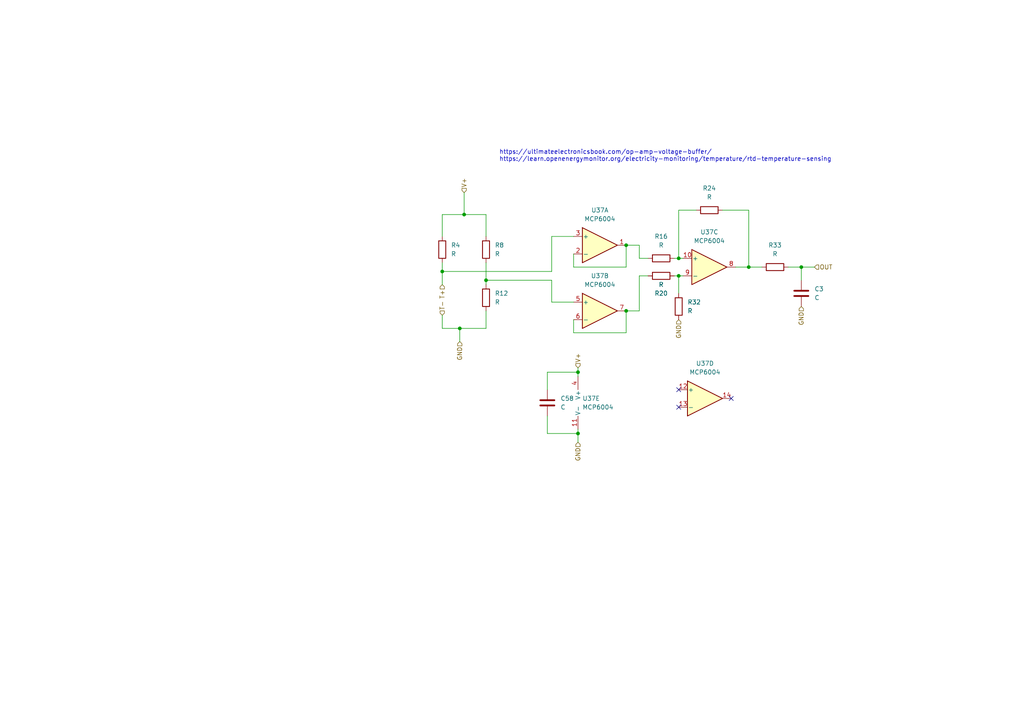
<source format=kicad_sch>
(kicad_sch (version 20211123) (generator eeschema)
  (paper "A4")
  (lib_symbols
    (symbol "Amplifier_Operational:MCP6004" (pin_names (offset 0.127))
      (property "Reference" "U" (at 0 5.08 0))
      (property "Value" "MCP6004" (at 0 -5.08 0))
      (symbol "MCP6004_1_1"
        (polyline (pts (xy -5.08 5.08) (xy 5.08 0) (xy -5.08 -5.08) (xy -5.08 5.08)) (stroke (width 0.254)) (fill (type background)))
        (pin output line (at 7.62 0 180) (length 2.54) (name "~") (number "1"))
        (pin input line (at -7.62 -2.54 0) (length 2.54) (name "-") (number "2"))
        (pin input line (at -7.62 2.54 0) (length 2.54) (name "+") (number "3"))
      )
      (symbol "MCP6004_2_1"
        (polyline (pts (xy -5.08 5.08) (xy 5.08 0) (xy -5.08 -5.08) (xy -5.08 5.08)) (stroke (width 0.254)) (fill (type background)))
        (pin input line (at -7.62 2.54 0) (length 2.54) (name "+") (number "5"))
        (pin input line (at -7.62 -2.54 0) (length 2.54) (name "-") (number "6"))
        (pin output line (at 7.62 0 180) (length 2.54) (name "~") (number "7"))
      )
      (symbol "MCP6004_3_1"
        (polyline (pts (xy -5.08 5.08) (xy 5.08 0) (xy -5.08 -5.08) (xy -5.08 5.08)) (stroke (width 0.254)) (fill (type background)))
        (pin input line (at -7.62 2.54 0) (length 2.54) (name "+") (number "10"))
        (pin output line (at 7.62 0 180) (length 2.54) (name "~") (number "8"))
        (pin input line (at -7.62 -2.54 0) (length 2.54) (name "-") (number "9"))
      )
      (symbol "MCP6004_4_1"
        (polyline (pts (xy -5.08 5.08) (xy 5.08 0) (xy -5.08 -5.08) (xy -5.08 5.08)) (stroke (width 0.254)) (fill (type background)))
        (pin input line (at -7.62 2.54 0) (length 2.54) (name "+") (number "12"))
        (pin input line (at -7.62 -2.54 0) (length 2.54) (name "-") (number "13"))
        (pin output line (at 7.62 0 180) (length 2.54) (name "~") (number "14"))
      )
      (symbol "MCP6004_5_1"
        (pin power_in line (at -2.54 -7.62 90) (length 3.81) (name "V-") (number "11"))
        (pin power_in line (at -2.54 7.62 270) (length 3.81) (name "V+") (number "4"))
      )
    )
    (symbol "Device:C" (pin_numbers hide) (pin_names (offset 0.254))
      (property "Reference" "C" (at 0.635 2.54 0))
      (property "Value" "C" (at 0.635 -2.54 0))
      (symbol "C_0_1"
        (polyline (pts (xy -2.032 -0.762) (xy 2.032 -0.762)) (stroke (width 0.508)))
        (polyline (pts (xy -2.032 0.762) (xy 2.032 0.762)) (stroke (width 0.508)))
      )
      (symbol "C_1_1"
        (pin passive line (at 0 3.81 270) (length 2.794) (name "~") (number "1"))
        (pin passive line (at 0 -3.81 90) (length 2.794) (name "~") (number "2"))
      )
    )
    (symbol "Device:R" (pin_numbers hide) (pin_names (offset 0))
      (property "Reference" "R" (at 2.032 0 90))
      (property "Value" "R" (at 0 0 90))
      (symbol "R_0_1"
        (rectangle (start -1.016 -2.54) (end 1.016 2.54) (stroke (width 0.254)))
      )
      (symbol "R_1_1"
        (pin passive line (at 0 3.81 270) (length 1.27) (name "~") (number "1"))
        (pin passive line (at 0 -3.81 90) (length 1.27) (name "~") (number "2"))
      )
    )
  )
  (junction (at 232.41 77.47))
  (junction (at 196.85 74.93))
  (junction (at 134.62 62.23))
  (junction (at 128.27 78.74))
  (junction (at 217.17 77.47))
  (junction (at 167.64 107.95))
  (junction (at 181.61 71.12))
  (junction (at 181.61 90.17))
  (junction (at 167.64 125.73))
  (junction (at 196.85 80.01))
  (junction (at 140.97 81.28))
  (junction (at 133.35 95.25))
  (no_connect (at 212.09 115.57))
  (no_connect (at 196.85 113.03))
  (no_connect (at 196.85 118.11))
  (wire (pts (xy 217.17 77.47) (xy 220.98 77.47)))
  (wire (pts (xy 167.64 128.27) (xy 167.64 125.73)))
  (wire (pts (xy 140.97 62.23) (xy 134.62 62.23)))
  (wire (pts (xy 166.37 73.66) (xy 166.37 77.47)))
  (wire (pts (xy 134.62 55.88) (xy 134.62 62.23)))
  (wire (pts (xy 167.64 107.95) (xy 167.64 109.22)))
  (wire (pts (xy 196.85 80.01) (xy 198.12 80.01)))
  (wire (pts (xy 158.75 125.73) (xy 167.64 125.73)))
  (wire (pts (xy 134.62 62.23) (xy 128.27 62.23)))
  (wire (pts (xy 196.85 60.96) (xy 201.93 60.96)))
  (wire (pts (xy 160.02 78.74) (xy 160.02 68.58)))
  (wire (pts (xy 185.42 74.93) (xy 185.42 71.12)))
  (wire (pts (xy 133.35 95.25) (xy 140.97 95.25)))
  (wire (pts (xy 195.58 74.93) (xy 196.85 74.93)))
  (wire (pts (xy 217.17 77.47) (xy 213.36 77.47)))
  (wire (pts (xy 185.42 90.17) (xy 181.61 90.17)))
  (wire (pts (xy 185.42 80.01) (xy 185.42 90.17)))
  (wire (pts (xy 167.64 107.95) (xy 158.75 107.95)))
  (wire (pts (xy 166.37 92.71) (xy 166.37 96.52)))
  (wire (pts (xy 128.27 62.23) (xy 128.27 68.58)))
  (wire (pts (xy 160.02 81.28) (xy 160.02 87.63)))
  (wire (pts (xy 140.97 76.2) (xy 140.97 81.28)))
  (wire (pts (xy 195.58 80.01) (xy 196.85 80.01)))
  (wire (pts (xy 187.96 80.01) (xy 185.42 80.01)))
  (wire (pts (xy 187.96 74.93) (xy 185.42 74.93)))
  (wire (pts (xy 166.37 77.47) (xy 181.61 77.47)))
  (wire (pts (xy 167.64 106.68) (xy 167.64 107.95)))
  (wire (pts (xy 140.97 95.25) (xy 140.97 90.17)))
  (wire (pts (xy 196.85 85.09) (xy 196.85 80.01)))
  (wire (pts (xy 185.42 71.12) (xy 181.61 71.12)))
  (wire (pts (xy 158.75 120.65) (xy 158.75 125.73)))
  (wire (pts (xy 128.27 91.44) (xy 128.27 95.25)))
  (wire (pts (xy 140.97 81.28) (xy 140.97 82.55)))
  (wire (pts (xy 133.35 95.25) (xy 133.35 99.06)))
  (wire (pts (xy 196.85 74.93) (xy 196.85 60.96)))
  (wire (pts (xy 160.02 87.63) (xy 166.37 87.63)))
  (wire (pts (xy 128.27 76.2) (xy 128.27 78.74)))
  (wire (pts (xy 128.27 95.25) (xy 133.35 95.25)))
  (wire (pts (xy 140.97 81.28) (xy 160.02 81.28)))
  (wire (pts (xy 158.75 107.95) (xy 158.75 113.03)))
  (wire (pts (xy 166.37 96.52) (xy 181.61 96.52)))
  (wire (pts (xy 232.41 81.28) (xy 232.41 77.47)))
  (wire (pts (xy 181.61 96.52) (xy 181.61 90.17)))
  (wire (pts (xy 232.41 77.47) (xy 236.22 77.47)))
  (wire (pts (xy 140.97 68.58) (xy 140.97 62.23)))
  (wire (pts (xy 128.27 78.74) (xy 128.27 82.55)))
  (wire (pts (xy 181.61 77.47) (xy 181.61 71.12)))
  (wire (pts (xy 167.64 125.73) (xy 167.64 124.46)))
  (wire (pts (xy 232.41 77.47) (xy 228.6 77.47)))
  (wire (pts (xy 209.55 60.96) (xy 217.17 60.96)))
  (wire (pts (xy 160.02 68.58) (xy 166.37 68.58)))
  (wire (pts (xy 128.27 78.74) (xy 160.02 78.74)))
  (wire (pts (xy 196.85 74.93) (xy 198.12 74.93)))
  (wire (pts (xy 217.17 60.96) (xy 217.17 77.47)))
  (text "https://ultimateelectronicsbook.com/op-amp-voltage-buffer/\nhttps://learn.openenergymonitor.org/electricity-monitoring/temperature/rtd-temperature-sensing" (at 144.78 46.99 0) (effects (font (size 1.27 1.27)) (justify left bottom)))
  (hierarchical_label "V+" (shape input) (at 167.64 106.68 90))
  (hierarchical_label "T-" (shape input) (at 128.27 91.44 90))
  (hierarchical_label "GND" (shape input) (at 133.35 99.06 270))
  (hierarchical_label "GND" (shape input) (at 232.41 88.9 270))
  (hierarchical_label "GND" (shape input) (at 167.64 128.27 270))
  (hierarchical_label "GND" (shape input) (at 196.85 92.71 270))
  (hierarchical_label "V+" (shape input) (at 134.62 55.88 90))
  (hierarchical_label "OUT" (shape input) (at 236.22 77.47 0))
  (hierarchical_label "T+" (shape input) (at 128.27 82.55 270))
  (symbol (lib_id "Device:R") (at 140.97 86.36 0) (unit 1)
    (property "Reference" "R12" (at 143.51 85.0899 0) (effects (justify left)))
    (property "Value" "R" (at 143.51 87.6299 0) (effects (justify left)))
    (property "Footprint" "Resistor_SMD:R_0603_1608Metric" (effects hide))
  )
  (symbol (lib_id "Device:C") (at 232.41 85.09 0) (unit 1)
    (property "Reference" "C3" (at 236.22 83.8199 0) (effects (justify left)))
    (property "Value" "C" (at 236.22 86.3599 0) (effects (justify left)))
    (property "Footprint" "Capacitor_SMD:C_0603_1608Metric" (effects hide))
  )
  (symbol (lib_id "Amplifier_Operational:MCP6004") (at 204.47 115.57 0) (unit 4)
    (property "Reference" "U37" (at 204.47 105.41 0))
    (property "Value" "MCP6004" (at 204.47 107.95 0))
    (property "Footprint" "Package_SO:SOIC-14_3.9x8.7mm_P1.27mm" (effects hide))
    (property "Datasheet" "http://ww1.microchip.com/downloads/en/DeviceDoc/21733j.pdf" (effects hide))
  )
  (symbol (lib_id "Amplifier_Operational:MCP6004") (at 205.74 77.47 0) (unit 3)
    (property "Reference" "U37" (at 205.74 67.31 0))
    (property "Value" "MCP6004" (at 205.74 69.85 0))
    (property "Footprint" "Package_SO:SOIC-14_3.9x8.7mm_P1.27mm" (effects hide))
    (property "Datasheet" "http://ww1.microchip.com/downloads/en/DeviceDoc/21733j.pdf" (effects hide))
  )
  (symbol (lib_id "Device:R") (at 191.77 74.93 90) (unit 1)
    (property "Reference" "R16" (at 191.77 68.58 90))
    (property "Value" "R" (at 191.77 71.12 90))
    (property "Footprint" "Resistor_SMD:R_0603_1608Metric" (effects hide))
  )
  (symbol (lib_id "Device:R") (at 224.79 77.47 270) (unit 1)
    (property "Reference" "R33" (at 224.79 71.12 90))
    (property "Value" "R" (at 224.79 73.66 90))
    (property "Footprint" "Resistor_SMD:R_0603_1608Metric" (effects hide))
  )
  (symbol (lib_id "Device:R") (at 205.74 60.96 90) (unit 1)
    (property "Reference" "R24" (at 205.74 54.61 90))
    (property "Value" "R" (at 205.74 57.15 90))
    (property "Footprint" "Resistor_SMD:R_0603_1608Metric" (effects hide))
  )
  (symbol (lib_id "Device:R") (at 191.77 80.01 90) (unit 1)
    (property "Reference" "R20" (at 191.77 85.09 90))
    (property "Value" "R" (at 191.77 82.55 90))
    (property "Footprint" "Resistor_SMD:R_0603_1608Metric" (effects hide))
  )
  (symbol (lib_id "Device:R") (at 140.97 72.39 0) (unit 1)
    (property "Reference" "R8" (at 143.51 71.1199 0) (effects (justify left)))
    (property "Value" "R" (at 143.51 73.6599 0) (effects (justify left)))
    (property "Footprint" "Resistor_SMD:R_0603_1608Metric" (effects hide))
  )
  (symbol (lib_id "Amplifier_Operational:MCP6004") (at 173.99 71.12 0) (unit 1)
    (property "Reference" "U37" (at 173.99 60.96 0))
    (property "Value" "MCP6004" (at 173.99 63.5 0))
    (property "Footprint" "Package_SO:SOIC-14_3.9x8.7mm_P1.27mm" (effects hide))
    (property "Datasheet" "http://ww1.microchip.com/downloads/en/DeviceDoc/21733j.pdf" (effects hide))
  )
  (symbol (lib_id "Device:R") (at 128.27 72.39 0) (unit 1)
    (property "Reference" "R4" (at 130.81 71.1199 0) (effects (justify left)))
    (property "Value" "R" (at 130.81 73.6599 0) (effects (justify left)))
    (property "Footprint" "Resistor_SMD:R_0603_1608Metric" (effects hide))
  )
  (symbol (lib_id "Amplifier_Operational:MCP6004") (at 170.18 116.84 0) (unit 5)
    (property "Reference" "U37" (at 168.91 115.5699 0) (effects (justify left)))
    (property "Value" "MCP6004" (at 168.91 118.1099 0) (effects (justify left)))
    (property "Footprint" "Package_SO:SOIC-14_3.9x8.7mm_P1.27mm" (effects hide))
    (property "Datasheet" "http://ww1.microchip.com/downloads/en/DeviceDoc/21733j.pdf" (effects hide))
  )
  (symbol (lib_id "Device:R") (at 196.85 88.9 180) (unit 1)
    (property "Reference" "R32" (at 199.39 87.6299 0) (effects (justify right)))
    (property "Value" "R" (at 199.39 90.1699 0) (effects (justify right)))
    (property "Footprint" "Resistor_SMD:R_0603_1608Metric" (effects hide))
  )
  (symbol (lib_id "Amplifier_Operational:MCP6004") (at 173.99 90.17 0) (unit 2)
    (property "Reference" "U37" (at 173.99 80.01 0))
    (property "Value" "MCP6004" (at 173.99 82.55 0))
    (property "Footprint" "Package_SO:SOIC-14_3.9x8.7mm_P1.27mm" (effects hide))
    (property "Datasheet" "http://ww1.microchip.com/downloads/en/DeviceDoc/21733j.pdf" (effects hide))
  )
  (symbol (lib_id "Device:C") (at 158.75 116.84 0) (unit 1)
    (property "Reference" "C58" (at 162.56 115.5699 0) (effects (justify left)))
    (property "Value" "C" (at 162.56 118.1099 0) (effects (justify left)))
    (property "Footprint" "Capacitor_SMD:C_0603_1608Metric" (effects hide))
  )
)
</source>
